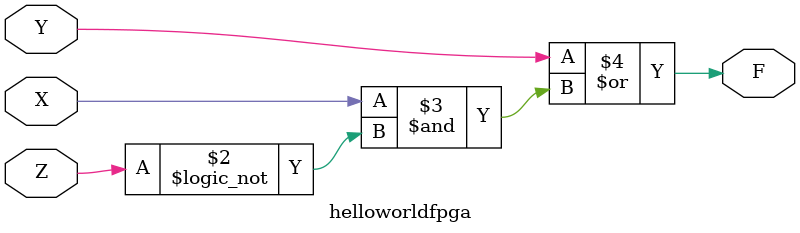
<source format=v>
module helloworldfpga(

    input  wire X,
    input  wire Y,
    input  wire Z,
    
    output wire F,
    );
    
    always @(*)
    begin
   F=Y|X&(!Z); 
    end
    endmodule

</source>
